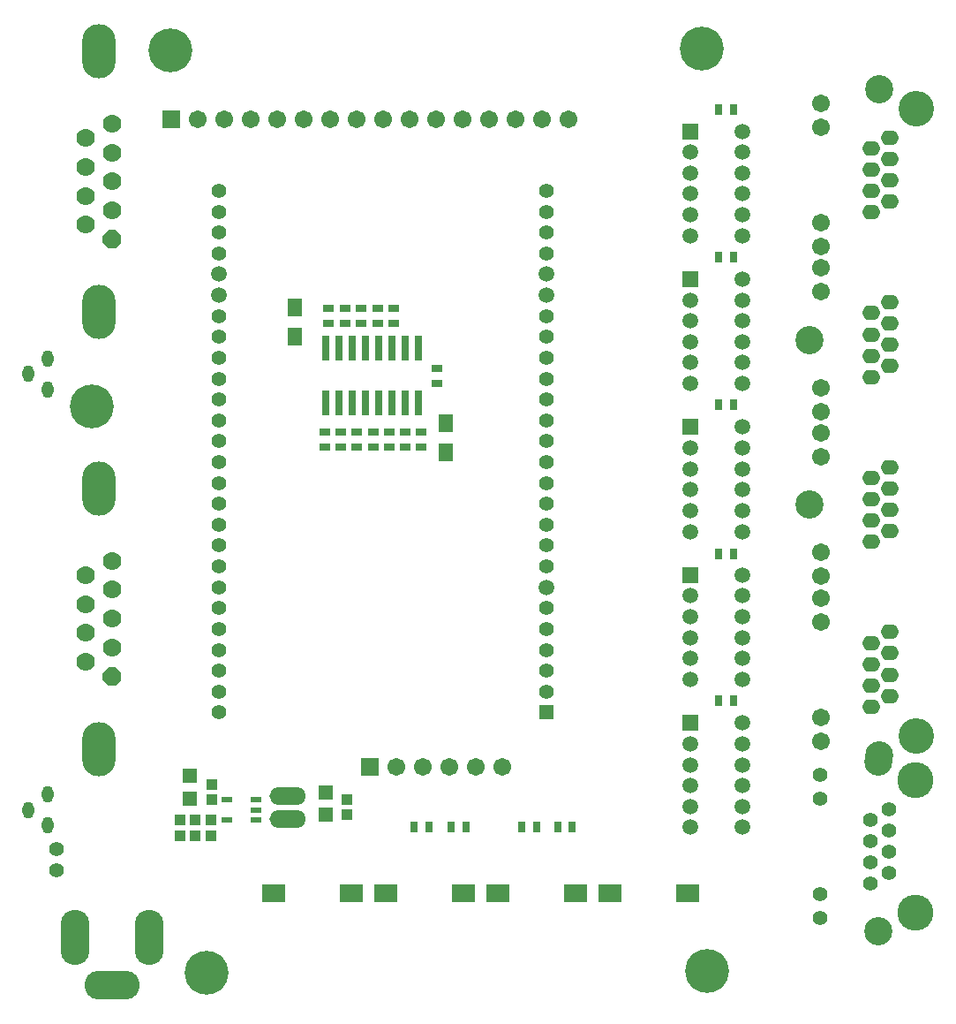
<source format=gts>
%FSLAX44Y44*%
%MOMM*%
G71*
G01*
G75*
G04 Layer_Color=8388736*
%ADD10R,0.6000X2.2000*%
%ADD11R,2.0000X1.5000*%
%ADD12R,0.8000X0.6000*%
%ADD13R,0.6000X0.8000*%
%ADD14R,1.2700X1.5240*%
%ADD15R,1.2700X1.2700*%
%ADD16R,0.8000X0.9000*%
%ADD17R,0.8000X0.4000*%
%ADD18O,3.3000X1.5000*%
%ADD19C,0.2540*%
%ADD20C,0.7620*%
%ADD21C,0.5080*%
%ADD22R,2.6590X2.6992*%
%ADD23R,3.6830X1.3208*%
%ADD24O,5.0800X2.5400*%
%ADD25O,2.5400X5.0800*%
%ADD26P,1.7046X8X112.5*%
%ADD27C,1.5748*%
%ADD28C,1.5750*%
%ADD29O,3.0000X5.0000*%
%ADD30C,2.5000*%
%ADD31C,3.2500*%
%ADD32C,1.2000*%
%ADD33O,1.5000X1.2000*%
%ADD34C,1.5000*%
%ADD35C,3.2000*%
%ADD36R,1.5000X1.5000*%
%ADD37C,1.3000*%
%ADD38R,1.2000X1.2000*%
%ADD39R,1.3000X1.3000*%
%ADD40O,0.9000X1.4000*%
%ADD41C,4.0000*%
%ADD42C,0.7112*%
%ADD43C,0.8000*%
%ADD44C,1.2700*%
%ADD45C,1.0160*%
%ADD46R,2.6082X2.7000*%
%ADD47C,1.1000*%
%ADD48C,0.2000*%
%ADD49C,0.2500*%
%ADD50C,0.2032*%
%ADD51C,0.1500*%
%ADD52C,0.1001*%
%ADD53C,0.1000*%
%ADD54C,0.3048*%
%ADD55C,0.1270*%
%ADD56C,0.1016*%
%ADD57C,0.1200*%
%ADD58C,0.1524*%
%ADD59R,0.8032X2.4032*%
%ADD60R,2.2032X1.7032*%
%ADD61R,1.0032X0.8032*%
%ADD62R,0.8032X1.0032*%
%ADD63R,1.4732X1.7272*%
%ADD64R,1.4732X1.4732*%
%ADD65R,1.0032X1.1032*%
%ADD66R,1.0032X0.6032*%
%ADD67O,3.5032X1.7032*%
%ADD68O,5.2832X2.7432*%
%ADD69O,2.7432X5.2832*%
%ADD70P,1.9245X8X112.5*%
%ADD71C,1.7780*%
%ADD72C,1.7782*%
%ADD73O,3.2032X5.2032*%
%ADD74C,2.7032*%
%ADD75C,3.4532*%
%ADD76C,1.4032*%
%ADD77O,1.7032X1.4032*%
%ADD78C,1.7032*%
%ADD79C,3.4032*%
%ADD80R,1.7032X1.7032*%
%ADD81C,1.5032*%
%ADD82R,1.4032X1.4032*%
%ADD83R,1.5032X1.5032*%
%ADD84O,1.1032X1.6032*%
%ADD85C,4.2032*%
D59*
X300028Y597138D02*
D03*
X312729D02*
D03*
X300028Y649138D02*
D03*
X312729D02*
D03*
X388928Y597138D02*
D03*
X376228D02*
D03*
X350829Y649138D02*
D03*
X338129D02*
D03*
X388928D02*
D03*
X363529D02*
D03*
X376228D02*
D03*
X325429D02*
D03*
X350829Y597138D02*
D03*
X338129D02*
D03*
X363529D02*
D03*
X325429D02*
D03*
D60*
X324192Y126560D02*
D03*
X250193D02*
D03*
X431812D02*
D03*
X357812D02*
D03*
X539432D02*
D03*
X465433D02*
D03*
X647052D02*
D03*
X573052D02*
D03*
D61*
X302933Y673008D02*
D03*
Y687008D02*
D03*
X299368Y554578D02*
D03*
Y568578D02*
D03*
X345418Y554578D02*
D03*
Y568578D02*
D03*
X360768D02*
D03*
Y554578D02*
D03*
X318575Y673008D02*
D03*
Y687008D02*
D03*
X314718Y554578D02*
D03*
Y568578D02*
D03*
X376118D02*
D03*
Y554578D02*
D03*
X330069D02*
D03*
Y568578D02*
D03*
X334218Y687008D02*
D03*
Y673008D02*
D03*
X349860Y687008D02*
D03*
Y673008D02*
D03*
X391468Y568578D02*
D03*
Y554578D02*
D03*
X406708Y629538D02*
D03*
Y615538D02*
D03*
X365502Y673008D02*
D03*
Y687008D02*
D03*
D62*
X536308Y190008D02*
D03*
X522308D02*
D03*
X420446D02*
D03*
X434446D02*
D03*
X488000D02*
D03*
X502000D02*
D03*
X385000D02*
D03*
X399000D02*
D03*
X677000Y595000D02*
D03*
X691000D02*
D03*
X677000Y452000D02*
D03*
X691000D02*
D03*
X677000Y311000D02*
D03*
X691000D02*
D03*
X677000Y878000D02*
D03*
X691000D02*
D03*
X677000Y736000D02*
D03*
X691000D02*
D03*
D63*
X415130Y577012D02*
D03*
Y549072D02*
D03*
X270000Y660000D02*
D03*
Y687940D02*
D03*
D64*
X169287Y239085D02*
D03*
Y217495D02*
D03*
X300028Y223547D02*
D03*
Y201957D02*
D03*
D65*
X190610Y216339D02*
D03*
Y231339D02*
D03*
X189800Y181949D02*
D03*
Y196949D02*
D03*
X320000Y201949D02*
D03*
Y216949D02*
D03*
X175000Y196949D02*
D03*
Y181949D02*
D03*
X160000D02*
D03*
Y196949D02*
D03*
D66*
X205000Y197253D02*
D03*
Y216253D02*
D03*
X233000D02*
D03*
Y206753D02*
D03*
Y197253D02*
D03*
D67*
X264000Y219999D02*
D03*
Y197999D02*
D03*
D68*
X95344Y38608D02*
D03*
D69*
X130904Y84328D02*
D03*
X59784D02*
D03*
D70*
X95000Y753403D02*
D03*
Y334601D02*
D03*
D71*
Y781131D02*
D03*
Y864316D02*
D03*
X69600Y767373D02*
D03*
Y850557D02*
D03*
Y795101D02*
D03*
Y822829D02*
D03*
X95000Y362329D02*
D03*
Y445514D02*
D03*
X69600Y348571D02*
D03*
Y431755D02*
D03*
Y376299D02*
D03*
Y404027D02*
D03*
D72*
X95000Y808856D02*
D03*
Y836586D02*
D03*
Y390054D02*
D03*
Y417784D02*
D03*
D73*
X82300Y683764D02*
D03*
Y933742D02*
D03*
Y264962D02*
D03*
Y514940D02*
D03*
D74*
X830284Y252850D02*
D03*
Y90250D02*
D03*
X830600Y259200D02*
D03*
X763980Y499200D02*
D03*
Y657200D02*
D03*
X830600Y897200D02*
D03*
D75*
X865884Y108050D02*
D03*
Y235050D02*
D03*
D76*
X840484Y207250D02*
D03*
X822684Y197050D02*
D03*
X840484Y186850D02*
D03*
X822684Y176650D02*
D03*
X840484Y166450D02*
D03*
X822684Y156250D02*
D03*
X840484Y146050D02*
D03*
X822684Y135850D02*
D03*
X774584Y240150D02*
D03*
Y217250D02*
D03*
Y125850D02*
D03*
Y102950D02*
D03*
X511862Y680000D02*
D03*
Y660000D02*
D03*
Y640000D02*
D03*
Y620000D02*
D03*
Y600000D02*
D03*
Y580000D02*
D03*
Y560000D02*
D03*
Y540000D02*
D03*
Y520000D02*
D03*
Y500000D02*
D03*
Y480000D02*
D03*
Y460000D02*
D03*
Y440000D02*
D03*
Y400000D02*
D03*
Y380000D02*
D03*
Y360000D02*
D03*
Y340000D02*
D03*
Y320000D02*
D03*
Y740000D02*
D03*
Y760000D02*
D03*
Y780000D02*
D03*
Y800000D02*
D03*
X197862Y800000D02*
D03*
Y780000D02*
D03*
Y760000D02*
D03*
Y740000D02*
D03*
Y300000D02*
D03*
Y320000D02*
D03*
Y340000D02*
D03*
Y360000D02*
D03*
Y380000D02*
D03*
Y400000D02*
D03*
Y420000D02*
D03*
Y440000D02*
D03*
Y460000D02*
D03*
Y480000D02*
D03*
Y500000D02*
D03*
Y520000D02*
D03*
Y540000D02*
D03*
Y560000D02*
D03*
Y580000D02*
D03*
Y600000D02*
D03*
Y620000D02*
D03*
Y640000D02*
D03*
Y660000D02*
D03*
Y680000D02*
D03*
X41750Y148500D02*
D03*
Y169500D02*
D03*
D77*
X840780Y377114D02*
D03*
X823000Y366700D02*
D03*
X840780Y356714D02*
D03*
X823000Y346300D02*
D03*
X840780Y336314D02*
D03*
X823000Y325900D02*
D03*
X840780Y315914D02*
D03*
X823000Y305500D02*
D03*
X840780Y535114D02*
D03*
X823000Y524700D02*
D03*
X840780Y514714D02*
D03*
X823000Y504300D02*
D03*
X840780Y494314D02*
D03*
X823000Y483900D02*
D03*
X840780Y473914D02*
D03*
X823000Y463500D02*
D03*
X840780Y693114D02*
D03*
X823000Y682700D02*
D03*
X840780Y672714D02*
D03*
X823000Y662300D02*
D03*
X840780Y652314D02*
D03*
X823000Y641900D02*
D03*
X840780Y631914D02*
D03*
X823000Y621500D02*
D03*
Y779500D02*
D03*
X840780Y789914D02*
D03*
X823000Y799900D02*
D03*
X840780Y810314D02*
D03*
X823000Y820300D02*
D03*
X840780Y830714D02*
D03*
X823000Y840700D02*
D03*
X840780Y851114D02*
D03*
D78*
X775030Y410014D02*
D03*
Y387114D02*
D03*
X775000Y295500D02*
D03*
Y272600D02*
D03*
X775030Y568014D02*
D03*
Y545114D02*
D03*
X775000Y453500D02*
D03*
Y430600D02*
D03*
X775030Y726014D02*
D03*
Y703114D02*
D03*
X775000Y611500D02*
D03*
Y588600D02*
D03*
Y746600D02*
D03*
Y769500D02*
D03*
X775030Y861114D02*
D03*
Y884014D02*
D03*
X177640Y868096D02*
D03*
X203040D02*
D03*
X228440D02*
D03*
X253840D02*
D03*
X279240D02*
D03*
X304640D02*
D03*
X330040D02*
D03*
X355440D02*
D03*
X380840D02*
D03*
X406240D02*
D03*
X431640D02*
D03*
X457040D02*
D03*
X482440D02*
D03*
X507840D02*
D03*
X533240D02*
D03*
X469740Y247574D02*
D03*
X444340D02*
D03*
X418940D02*
D03*
X393540D02*
D03*
X368140D02*
D03*
D79*
X866200Y878700D02*
D03*
Y277700D02*
D03*
D80*
X152240Y868096D02*
D03*
X342740Y247574D02*
D03*
D81*
X511862Y420000D02*
D03*
Y700000D02*
D03*
Y720000D02*
D03*
X197862Y720000D02*
D03*
Y700000D02*
D03*
X650000Y270000D02*
D03*
Y250000D02*
D03*
Y230000D02*
D03*
Y210000D02*
D03*
Y190000D02*
D03*
X700000D02*
D03*
Y210000D02*
D03*
Y230000D02*
D03*
Y250000D02*
D03*
Y270000D02*
D03*
Y290000D02*
D03*
X650000Y411750D02*
D03*
Y391750D02*
D03*
Y371750D02*
D03*
Y351750D02*
D03*
Y331750D02*
D03*
X700000D02*
D03*
Y351750D02*
D03*
Y371750D02*
D03*
Y391750D02*
D03*
Y411750D02*
D03*
Y431750D02*
D03*
X650000Y553500D02*
D03*
Y533500D02*
D03*
Y513500D02*
D03*
Y493500D02*
D03*
Y473500D02*
D03*
X700000D02*
D03*
Y493500D02*
D03*
Y513500D02*
D03*
Y533500D02*
D03*
Y553500D02*
D03*
Y573500D02*
D03*
X650000Y695250D02*
D03*
Y675250D02*
D03*
Y655250D02*
D03*
Y635250D02*
D03*
Y615250D02*
D03*
X700000D02*
D03*
Y635250D02*
D03*
Y655250D02*
D03*
Y675250D02*
D03*
Y695250D02*
D03*
Y715250D02*
D03*
X650000Y837000D02*
D03*
Y817000D02*
D03*
Y797000D02*
D03*
Y777000D02*
D03*
Y757000D02*
D03*
X700000D02*
D03*
Y777000D02*
D03*
Y797000D02*
D03*
Y817000D02*
D03*
Y837000D02*
D03*
Y857000D02*
D03*
D82*
X511862Y300000D02*
D03*
D83*
X650000Y290000D02*
D03*
Y431750D02*
D03*
Y573500D02*
D03*
Y715250D02*
D03*
Y857000D02*
D03*
D84*
X15000Y206816D02*
D03*
X33000Y191816D02*
D03*
Y221816D02*
D03*
X15000Y624316D02*
D03*
X33000Y609316D02*
D03*
Y639316D02*
D03*
D85*
X76000Y593000D02*
D03*
X661000Y936000D02*
D03*
X666000Y52000D02*
D03*
X186000Y51000D02*
D03*
X151000Y934742D02*
D03*
M02*

</source>
